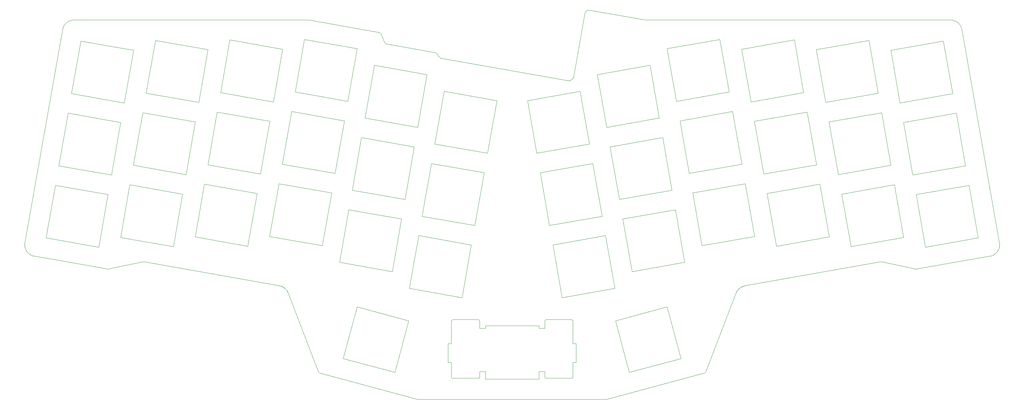
<source format=gbr>
G04 #@! TF.GenerationSoftware,KiCad,Pcbnew,(5.1.6-0-10_14)*
G04 #@! TF.CreationDate,2020-08-27T09:33:25+09:00*
G04 #@! TF.ProjectId,pcb-top-plate,7063622d-746f-4702-9d70-6c6174652e6b,2.0*
G04 #@! TF.SameCoordinates,Original*
G04 #@! TF.FileFunction,Profile,NP*
%FSLAX46Y46*%
G04 Gerber Fmt 4.6, Leading zero omitted, Abs format (unit mm)*
G04 Created by KiCad (PCBNEW (5.1.6-0-10_14)) date 2020-08-27 09:33:25*
%MOMM*%
%LPD*%
G01*
G04 APERTURE LIST*
G04 #@! TA.AperFunction,Profile*
%ADD10C,0.100000*%
G04 #@! TD*
G04 APERTURE END LIST*
D10*
X160541699Y-126338736D02*
X160541699Y-132094113D01*
X160041686Y-125838724D02*
X160142455Y-125848882D01*
X160142455Y-125848882D02*
X160258460Y-125888031D01*
X160258460Y-125888031D02*
X160359739Y-125952903D01*
X160359739Y-125952903D02*
X160442363Y-126039572D01*
X160442363Y-126039572D02*
X160502405Y-126144110D01*
X160502405Y-126144110D02*
X160535937Y-126262589D01*
X160535937Y-126262589D02*
X160541699Y-126338736D01*
X153726309Y-125838724D02*
X160041686Y-125838724D01*
X153226318Y-126338736D02*
X153236476Y-126237967D01*
X153236476Y-126237967D02*
X153275624Y-126121961D01*
X153275624Y-126121961D02*
X153340495Y-126020683D01*
X153340495Y-126020683D02*
X153427162Y-125938059D01*
X153427162Y-125938059D02*
X153531695Y-125878017D01*
X153531695Y-125878017D02*
X153650168Y-125844485D01*
X153650168Y-125844485D02*
X153726309Y-125838724D01*
X153226318Y-128123597D02*
X153226318Y-126338736D01*
X151712931Y-128123597D02*
X153226318Y-128123597D01*
X151712931Y-127425492D02*
X151712931Y-128123597D01*
X137803487Y-127425492D02*
X151712931Y-127425492D01*
X137803487Y-128123597D02*
X137803487Y-127425492D01*
X136290121Y-128123597D02*
X137803487Y-128123597D01*
X136290121Y-126338736D02*
X136290121Y-128123597D01*
X135790130Y-125838724D02*
X135890891Y-125848882D01*
X135890891Y-125848882D02*
X136006890Y-125888031D01*
X136006890Y-125888031D02*
X136108165Y-125952903D01*
X136108165Y-125952903D02*
X136190786Y-126039572D01*
X136190786Y-126039572D02*
X136250827Y-126144110D01*
X136250827Y-126144110D02*
X136284359Y-126262589D01*
X136284359Y-126262589D02*
X136290121Y-126338736D01*
X164861409Y-45388885D02*
X164760049Y-45376351D01*
X164760049Y-45376351D02*
X164659862Y-45374120D01*
X164659862Y-45374120D02*
X164513047Y-45389207D01*
X164513047Y-45389207D02*
X164372127Y-45425197D01*
X164372127Y-45425197D02*
X164239055Y-45480726D01*
X164239055Y-45480726D02*
X164115783Y-45554427D01*
X164115783Y-45554427D02*
X164004266Y-45644934D01*
X164004266Y-45644934D02*
X163906456Y-45750882D01*
X163906456Y-45750882D02*
X163824307Y-45870904D01*
X163824307Y-45870904D02*
X163759771Y-46003634D01*
X163759771Y-46003634D02*
X163727497Y-46098507D01*
X163727497Y-46098507D02*
X163704498Y-46198016D01*
X179373153Y-47930242D02*
X164861409Y-45388885D01*
X125813177Y-57565815D02*
X125240988Y-56786832D01*
X126444976Y-57958543D02*
X126328413Y-57930638D01*
X126328413Y-57930638D02*
X126216881Y-57889359D01*
X126216881Y-57889359D02*
X126111455Y-57835377D01*
X126111455Y-57835377D02*
X126013213Y-57769359D01*
X126013213Y-57769359D02*
X125923229Y-57691975D01*
X125923229Y-57691975D02*
X125842581Y-57603893D01*
X125842581Y-57603893D02*
X125813177Y-57565815D01*
X159051998Y-63724990D02*
X126444976Y-57958543D01*
X161377048Y-136984189D02*
X160541699Y-136984189D01*
X131740248Y-120122621D02*
X118051420Y-117708901D01*
X134153968Y-106433793D02*
X131740248Y-120122621D01*
X120465140Y-104020073D02*
X134153968Y-106433793D01*
X118051420Y-117708901D02*
X120465140Y-104020073D01*
X119309138Y-80918382D02*
X116895439Y-94607211D01*
X48730780Y-72027495D02*
X62419609Y-74441215D01*
X46317060Y-85716323D02*
X48730780Y-72027495D01*
X59111606Y-93201805D02*
X56697908Y-106890634D01*
X45422778Y-90788085D02*
X59111606Y-93201805D01*
X205346780Y-90511423D02*
X207760479Y-104200251D01*
X191657952Y-92925143D02*
X205346780Y-90511423D01*
X194071650Y-106613971D02*
X191657952Y-92925143D01*
X188625660Y-135985856D02*
X175199305Y-139583440D01*
X226191998Y-69369410D02*
X223778299Y-55680581D01*
X239880826Y-66955711D02*
X226191998Y-69369410D01*
X237467128Y-53266883D02*
X239880826Y-66955711D01*
X243146648Y-55819419D02*
X256835476Y-53405720D01*
X245560368Y-69508247D02*
X243146648Y-55819419D01*
X259249196Y-67094549D02*
X245560368Y-69508247D01*
X256835476Y-53405720D02*
X259249196Y-67094549D01*
X260143479Y-72166311D02*
X262557177Y-85855139D01*
X246454650Y-74580009D02*
X260143479Y-72166311D01*
X248868348Y-88268838D02*
X246454650Y-74580009D01*
X262557177Y-85855139D02*
X248868348Y-88268838D01*
X268934261Y-109353452D02*
X269085639Y-109322819D01*
X269085639Y-109322819D02*
X269233688Y-109284971D01*
X269233688Y-109284971D02*
X269378254Y-109240127D01*
X269378254Y-109240127D02*
X269519185Y-109188505D01*
X269519185Y-109188505D02*
X269656328Y-109130323D01*
X269656328Y-109130323D02*
X269789529Y-109065800D01*
X269789529Y-109065800D02*
X269918635Y-108995154D01*
X269918635Y-108995154D02*
X270043494Y-108918603D01*
X270043494Y-108918603D02*
X270163953Y-108836367D01*
X270163953Y-108836367D02*
X270279858Y-108748663D01*
X270279858Y-108748663D02*
X270391058Y-108655710D01*
X270391058Y-108655710D02*
X270497397Y-108557726D01*
X270497397Y-108557726D02*
X270598725Y-108454930D01*
X270598725Y-108454930D02*
X270694888Y-108347540D01*
X270694888Y-108347540D02*
X270785732Y-108235775D01*
X270785732Y-108235775D02*
X270871105Y-108119852D01*
X270871105Y-108119852D02*
X270950855Y-107999991D01*
X270950855Y-107999991D02*
X271024827Y-107876410D01*
X271024827Y-107876410D02*
X271092869Y-107749327D01*
X271092869Y-107749327D02*
X271154828Y-107618960D01*
X271154828Y-107618960D02*
X271210552Y-107485529D01*
X271210552Y-107485529D02*
X271259886Y-107349251D01*
X271259886Y-107349251D02*
X271302679Y-107210345D01*
X271302679Y-107210345D02*
X271338776Y-107069030D01*
X271338776Y-107069030D02*
X271368026Y-106925523D01*
X271368026Y-106925523D02*
X271390276Y-106780043D01*
X271390276Y-106780043D02*
X271405371Y-106632809D01*
X271405371Y-106632809D02*
X271413160Y-106484039D01*
X271413160Y-106484039D02*
X271413489Y-106333952D01*
X271413489Y-106333952D02*
X271406206Y-106182765D01*
X271406206Y-106182765D02*
X271391157Y-106030698D01*
X271391157Y-106030698D02*
X271368190Y-105877969D01*
X30883384Y-47930119D02*
X30747586Y-47933158D01*
X30747586Y-47933158D02*
X30613162Y-47942198D01*
X30613162Y-47942198D02*
X30480254Y-47957118D01*
X30480254Y-47957118D02*
X30349005Y-47977797D01*
X30349005Y-47977797D02*
X30219559Y-48004117D01*
X30219559Y-48004117D02*
X30092059Y-48035956D01*
X30092059Y-48035956D02*
X29966649Y-48073194D01*
X29966649Y-48073194D02*
X29843470Y-48115712D01*
X29843470Y-48115712D02*
X29722667Y-48163390D01*
X29722667Y-48163390D02*
X29604383Y-48216106D01*
X29604383Y-48216106D02*
X29488760Y-48273742D01*
X29488760Y-48273742D02*
X29375943Y-48336176D01*
X29375943Y-48336176D02*
X29266074Y-48403290D01*
X29266074Y-48403290D02*
X29159297Y-48474962D01*
X29159297Y-48474962D02*
X29055754Y-48551073D01*
X29055754Y-48551073D02*
X28955590Y-48631503D01*
X28955590Y-48631503D02*
X28858946Y-48716131D01*
X28858946Y-48716131D02*
X28765967Y-48804838D01*
X28765967Y-48804838D02*
X28676795Y-48897502D01*
X28676795Y-48897502D02*
X28591575Y-48994005D01*
X28591575Y-48994005D02*
X28510448Y-49094227D01*
X28510448Y-49094227D02*
X28433558Y-49198046D01*
X28433558Y-49198046D02*
X28361049Y-49305343D01*
X28361049Y-49305343D02*
X28293064Y-49415997D01*
X28293064Y-49415997D02*
X28229745Y-49529890D01*
X28229745Y-49529890D02*
X28171236Y-49646900D01*
X28171236Y-49646900D02*
X28117681Y-49766907D01*
X28117681Y-49766907D02*
X28069222Y-49889792D01*
X28069222Y-49889792D02*
X28026003Y-50015434D01*
X28026003Y-50015434D02*
X27988166Y-50143713D01*
X27988166Y-50143713D02*
X27955856Y-50274509D01*
X27955856Y-50274509D02*
X27929215Y-50407703D01*
X91993110Y-47930242D02*
X30883384Y-47930119D01*
X109979888Y-51133537D02*
X91993110Y-47930242D01*
X207717932Y-74302335D02*
X221406760Y-71888636D01*
X210131630Y-87991163D02*
X207717932Y-74302335D01*
X223820459Y-85577465D02*
X210131630Y-87991163D01*
X223778299Y-55680581D02*
X237467128Y-53266883D01*
X129465172Y-125838724D02*
X135790130Y-125838724D01*
X128965181Y-126338736D02*
X128975338Y-126237967D01*
X128975338Y-126237967D02*
X129014484Y-126121961D01*
X129014484Y-126121961D02*
X129079351Y-126020683D01*
X129079351Y-126020683D02*
X129166015Y-125938059D01*
X129166015Y-125938059D02*
X129270549Y-125878017D01*
X129270549Y-125878017D02*
X129389026Y-125844485D01*
X129389026Y-125844485D02*
X129465172Y-125838724D01*
X128965181Y-132094113D02*
X128965181Y-126338736D01*
X240965820Y-110865117D02*
X249382935Y-112650346D01*
X240199443Y-110852712D02*
X240318856Y-110835098D01*
X240318856Y-110835098D02*
X240438874Y-110824733D01*
X240438874Y-110824733D02*
X240559168Y-110821613D01*
X240559168Y-110821613D02*
X240679411Y-110825731D01*
X240679411Y-110825731D02*
X240799274Y-110837082D01*
X240799274Y-110837082D02*
X240918429Y-110855662D01*
X240918429Y-110855662D02*
X240965820Y-110865117D01*
X205259785Y-117027000D02*
X240199443Y-110852712D01*
X202981466Y-118905155D02*
X203057872Y-118724193D01*
X203057872Y-118724193D02*
X203145232Y-118549932D01*
X203145232Y-118549932D02*
X203243085Y-118382750D01*
X203243085Y-118382750D02*
X203350969Y-118223031D01*
X203350969Y-118223031D02*
X203468421Y-118071153D01*
X203468421Y-118071153D02*
X203594979Y-117927498D01*
X203594979Y-117927498D02*
X203730182Y-117792447D01*
X203730182Y-117792447D02*
X203873568Y-117666381D01*
X203873568Y-117666381D02*
X204024674Y-117549680D01*
X204024674Y-117549680D02*
X204183038Y-117442725D01*
X204183038Y-117442725D02*
X204348199Y-117345898D01*
X204348199Y-117345898D02*
X204519695Y-117259579D01*
X204519695Y-117259579D02*
X204697064Y-117184149D01*
X204697064Y-117184149D02*
X204879843Y-117119988D01*
X204879843Y-117119988D02*
X205067570Y-117067478D01*
X205067570Y-117067478D02*
X205259785Y-117027000D01*
X125240988Y-56786832D02*
X125164343Y-56694624D01*
X125164343Y-56694624D02*
X125077926Y-56612856D01*
X125077926Y-56612856D02*
X124982815Y-56542196D01*
X124982815Y-56542196D02*
X124880086Y-56483313D01*
X124880086Y-56483313D02*
X124770817Y-56436878D01*
X124770817Y-56436878D02*
X124656085Y-56403559D01*
X124656085Y-56403559D02*
X124608905Y-56394055D01*
X43009079Y-104476914D02*
X45422778Y-90788085D01*
X56697908Y-106890634D02*
X43009079Y-104476914D01*
X37329538Y-107029450D02*
X23640709Y-104615751D01*
X39743258Y-93340621D02*
X37329538Y-107029450D01*
X26054429Y-90926923D02*
X39743258Y-93340621D01*
X128129810Y-132094113D02*
X128965181Y-132094113D01*
X128129810Y-136984189D02*
X128129810Y-132094113D01*
X128965181Y-136984189D02*
X128129810Y-136984189D01*
X128965181Y-140853569D02*
X128965181Y-136984189D01*
X18120108Y-105876344D02*
X18097057Y-106029130D01*
X18097057Y-106029130D02*
X18081933Y-106181256D01*
X18081933Y-106181256D02*
X18074581Y-106332504D01*
X18074581Y-106332504D02*
X18074848Y-106482654D01*
X18074848Y-106482654D02*
X18082582Y-106631489D01*
X18082582Y-106631489D02*
X18097629Y-106778788D01*
X18097629Y-106778788D02*
X18119837Y-106924334D01*
X18119837Y-106924334D02*
X18149051Y-107067908D01*
X18149051Y-107067908D02*
X18185120Y-107209290D01*
X18185120Y-107209290D02*
X18227889Y-107348263D01*
X18227889Y-107348263D02*
X18277206Y-107484608D01*
X18277206Y-107484608D02*
X18332918Y-107618105D01*
X18332918Y-107618105D02*
X18394871Y-107748537D01*
X18394871Y-107748537D02*
X18462912Y-107875684D01*
X18462912Y-107875684D02*
X18536889Y-107999328D01*
X18536889Y-107999328D02*
X18616648Y-108119250D01*
X18616648Y-108119250D02*
X18702036Y-108235231D01*
X18702036Y-108235231D02*
X18792900Y-108347053D01*
X18792900Y-108347053D02*
X18889087Y-108454496D01*
X18889087Y-108454496D02*
X18990443Y-108557343D01*
X18990443Y-108557343D02*
X19096816Y-108655374D01*
X19096816Y-108655374D02*
X19208052Y-108748371D01*
X19208052Y-108748371D02*
X19323999Y-108836115D01*
X19323999Y-108836115D02*
X19444503Y-108918388D01*
X19444503Y-108918388D02*
X19569412Y-108994970D01*
X19569412Y-108994970D02*
X19698571Y-109065643D01*
X19698571Y-109065643D02*
X19831828Y-109130188D01*
X19831828Y-109130188D02*
X19969030Y-109188386D01*
X19969030Y-109188386D02*
X20110024Y-109240019D01*
X20110024Y-109240019D02*
X20254656Y-109284869D01*
X20254656Y-109284869D02*
X20402773Y-109322715D01*
X20402773Y-109322715D02*
X20554224Y-109353341D01*
X27929215Y-50407703D02*
X18120108Y-105876344D01*
X124667424Y-80187742D02*
X127081122Y-66498913D01*
X138356253Y-82601440D02*
X124667424Y-80187742D01*
X140769951Y-68912612D02*
X138356253Y-82601440D01*
X127081122Y-66498913D02*
X140769951Y-68912612D01*
X148735938Y-68912547D02*
X162424766Y-66498849D01*
X151149658Y-82601376D02*
X148735938Y-68912547D01*
X68099128Y-71888679D02*
X81787957Y-74302378D01*
X65685430Y-85577508D02*
X68099128Y-71888679D01*
X79374258Y-87991206D02*
X65685430Y-85577508D01*
X81787957Y-74302378D02*
X79374258Y-87991206D01*
X258632473Y-47930242D02*
X179373153Y-47930242D01*
X32670412Y-53405742D02*
X46359241Y-55819462D01*
X49625062Y-66955755D02*
X52038782Y-53266926D01*
X63313891Y-69369453D02*
X49625062Y-66955755D01*
X65727611Y-55680624D02*
X63313891Y-69369453D01*
X52038782Y-53266926D02*
X65727611Y-55680624D01*
X180577599Y-59744028D02*
X182991297Y-73432857D01*
X166888770Y-62157749D02*
X180577599Y-59744028D01*
X169302469Y-75846577D02*
X166888770Y-62157749D01*
X29362432Y-72166332D02*
X43051260Y-74580052D01*
X30256714Y-67094570D02*
X32670412Y-53405742D01*
X43945542Y-69508290D02*
X30256714Y-67094570D01*
X46359241Y-55819462D02*
X43945542Y-69508290D01*
X68993432Y-66816917D02*
X71407131Y-53128089D01*
X82682261Y-69230616D02*
X68993432Y-66816917D01*
X85095959Y-55541787D02*
X82682261Y-69230616D01*
X71407131Y-53128089D02*
X85095959Y-55541787D01*
X87465108Y-71748765D02*
X101153937Y-74162464D01*
X85051388Y-85437594D02*
X87465108Y-71748765D01*
X98740217Y-87851292D02*
X85051388Y-85437594D01*
X101153937Y-74162464D02*
X98740217Y-87851292D01*
X99898609Y-110954081D02*
X102312307Y-97265252D01*
X113587437Y-113367801D02*
X99898609Y-110954081D01*
X227128461Y-104338055D02*
X213439632Y-106751753D01*
X224714762Y-90649226D02*
X227128461Y-104338055D01*
X211025934Y-93062925D02*
X224714762Y-90649226D01*
X213439632Y-106751753D02*
X211025934Y-93062925D01*
X207760479Y-104200251D02*
X194071650Y-106613971D01*
X94998175Y-139799736D02*
X120184500Y-146531051D01*
X94324154Y-139195538D02*
X94373620Y-139303501D01*
X94373620Y-139303501D02*
X94434834Y-139403817D01*
X94434834Y-139403817D02*
X94506891Y-139495675D01*
X94506891Y-139495675D02*
X94588887Y-139578266D01*
X94588887Y-139578266D02*
X94679917Y-139650778D01*
X94679917Y-139650778D02*
X94779078Y-139712400D01*
X94779078Y-139712400D02*
X94885465Y-139762323D01*
X94885465Y-139762323D02*
X94998175Y-139799736D01*
X86532095Y-118905466D02*
X94324154Y-139195538D01*
X84253844Y-117026805D02*
X84446074Y-117067306D01*
X84446074Y-117067306D02*
X84633815Y-117119841D01*
X84633815Y-117119841D02*
X84816605Y-117184029D01*
X84816605Y-117184029D02*
X84993983Y-117259488D01*
X84993983Y-117259488D02*
X85165485Y-117345837D01*
X85165485Y-117345837D02*
X85330649Y-117442696D01*
X85330649Y-117442696D02*
X85489015Y-117549682D01*
X85489015Y-117549682D02*
X85640119Y-117666416D01*
X85640119Y-117666416D02*
X85783500Y-117792516D01*
X85783500Y-117792516D02*
X85918695Y-117927602D01*
X85918695Y-117927602D02*
X86045243Y-118071291D01*
X86045243Y-118071291D02*
X86162681Y-118223204D01*
X86162681Y-118223204D02*
X86270547Y-118382959D01*
X86270547Y-118382959D02*
X86368379Y-118550175D01*
X86368379Y-118550175D02*
X86455716Y-118724471D01*
X86455716Y-118724471D02*
X86532095Y-118905466D01*
X49347896Y-110855034D02*
X84253844Y-117026805D01*
X106514591Y-73432900D02*
X108928311Y-59744093D01*
X120203420Y-75846620D02*
X106514591Y-73432900D01*
X122617140Y-62157792D02*
X120203420Y-75846620D01*
X108928311Y-59744093D02*
X122617140Y-62157792D01*
X123773120Y-85259504D02*
X137461949Y-87673202D01*
X121359422Y-98948332D02*
X123773120Y-85259504D01*
X135048250Y-101362031D02*
X121359422Y-98948332D01*
X137461949Y-87673202D02*
X135048250Y-101362031D01*
X160789833Y-62511728D02*
X160755286Y-62661161D01*
X160755286Y-62661161D02*
X160706797Y-62803620D01*
X160706797Y-62803620D02*
X160645238Y-62938495D01*
X160645238Y-62938495D02*
X160571479Y-63065178D01*
X160571479Y-63065178D02*
X160486392Y-63183062D01*
X160486392Y-63183062D02*
X160390848Y-63291537D01*
X160390848Y-63291537D02*
X160285720Y-63389995D01*
X160285720Y-63389995D02*
X160171877Y-63477828D01*
X160171877Y-63477828D02*
X160050192Y-63554428D01*
X160050192Y-63554428D02*
X159921535Y-63619186D01*
X159921535Y-63619186D02*
X159786779Y-63671493D01*
X159786779Y-63671493D02*
X159646794Y-63710743D01*
X159646794Y-63710743D02*
X159502452Y-63736325D01*
X159502452Y-63736325D02*
X159354625Y-63747633D01*
X159354625Y-63747633D02*
X159204183Y-63744057D01*
X159204183Y-63744057D02*
X159051998Y-63724990D01*
X163704498Y-46198016D02*
X160789833Y-62511728D01*
X129215165Y-141103576D02*
X129106786Y-141078920D01*
X129106786Y-141078920D02*
X129022265Y-141012591D01*
X129022265Y-141012591D02*
X128973051Y-140916045D01*
X128973051Y-140916045D02*
X128965181Y-140853569D01*
X136040115Y-141103576D02*
X129215165Y-141103576D01*
X136290121Y-140853569D02*
X136265469Y-140961952D01*
X136265469Y-140961952D02*
X136199145Y-141046482D01*
X136199145Y-141046482D02*
X136102598Y-141095704D01*
X136102598Y-141095704D02*
X136040115Y-141103576D01*
X250144887Y-112663537D02*
X268934261Y-109353452D01*
X249382935Y-112650346D02*
X249501017Y-112671710D01*
X249501017Y-112671710D02*
X249619932Y-112685934D01*
X249619932Y-112685934D02*
X249739358Y-112693010D01*
X249739358Y-112693010D02*
X249858973Y-112692934D01*
X249858973Y-112692934D02*
X249978453Y-112685700D01*
X249978453Y-112685700D02*
X250097477Y-112671303D01*
X250097477Y-112671303D02*
X250144887Y-112663537D01*
X48582802Y-110866782D02*
X48701402Y-110845481D01*
X48701402Y-110845481D02*
X48820832Y-110831382D01*
X48820832Y-110831382D02*
X48940764Y-110824490D01*
X48940764Y-110824490D02*
X49060872Y-110824810D01*
X49060872Y-110824810D02*
X49180829Y-110832347D01*
X49180829Y-110832347D02*
X49300310Y-110847107D01*
X49300310Y-110847107D02*
X49347896Y-110855034D01*
X40121716Y-112651068D02*
X48582802Y-110866782D01*
X39362332Y-112663830D02*
X39480676Y-112681029D01*
X39480676Y-112681029D02*
X39599603Y-112691113D01*
X39599603Y-112691113D02*
X39718793Y-112694084D01*
X39718793Y-112694084D02*
X39837928Y-112689950D01*
X39837928Y-112689950D02*
X39956688Y-112678715D01*
X39956688Y-112678715D02*
X40074755Y-112660385D01*
X40074755Y-112660385D02*
X40121716Y-112651068D01*
X20554224Y-109353341D02*
X39362332Y-112663830D01*
X164838486Y-80187677D02*
X151149658Y-82601376D01*
X162424766Y-66498849D02*
X164838486Y-80187677D01*
X152043940Y-87673138D02*
X165732768Y-85259439D01*
X154457638Y-101361966D02*
X152043940Y-87673138D01*
X168146467Y-98948268D02*
X154457638Y-101361966D01*
X165732768Y-85259439D02*
X168146467Y-98948268D01*
X23640709Y-104615751D02*
X26054429Y-90926923D01*
X26948712Y-85855161D02*
X29362432Y-72166332D01*
X40637540Y-88268881D02*
X26948712Y-85855161D01*
X43051260Y-74580052D02*
X40637540Y-88268881D01*
X116001136Y-99678972D02*
X113587437Y-113367801D01*
X102312307Y-97265252D02*
X116001136Y-99678972D01*
X88359390Y-66677003D02*
X90773089Y-52988175D01*
X102048219Y-69090723D02*
X88359390Y-66677003D01*
X104461917Y-55401895D02*
X102048219Y-69090723D01*
X90773089Y-52988175D02*
X104461917Y-55401895D01*
X271368190Y-105877969D02*
X261586891Y-50409263D01*
X110722435Y-51721187D02*
X110665837Y-51609895D01*
X110665837Y-51609895D02*
X110596685Y-51507667D01*
X110596685Y-51507667D02*
X110516081Y-51415377D01*
X110516081Y-51415377D02*
X110425128Y-51333898D01*
X110425128Y-51333898D02*
X110324930Y-51264101D01*
X110324930Y-51264101D02*
X110216588Y-51206860D01*
X110216588Y-51206860D02*
X110101206Y-51163047D01*
X110101206Y-51163047D02*
X109979888Y-51133537D01*
X111548465Y-53631684D02*
X110722435Y-51721187D01*
X112292484Y-54219595D02*
X112170935Y-54190208D01*
X112170935Y-54190208D02*
X112055326Y-54146469D01*
X112055326Y-54146469D02*
X111946763Y-54089253D01*
X111946763Y-54089253D02*
X111846357Y-54019436D01*
X111846357Y-54019436D02*
X111755216Y-53937895D01*
X111755216Y-53937895D02*
X111674447Y-53845505D01*
X111674447Y-53845505D02*
X111605161Y-53743143D01*
X111605161Y-53743143D02*
X111548465Y-53631684D01*
X124608905Y-56394055D02*
X112292484Y-54219595D01*
X105620309Y-78504662D02*
X119309138Y-80918382D01*
X103206611Y-92193491D02*
X105620309Y-78504662D01*
X116895439Y-94607211D02*
X103206611Y-92193491D01*
X117900405Y-126155670D02*
X114302821Y-139582047D01*
X104474028Y-122558086D02*
X117900405Y-126155670D01*
X100876444Y-135984463D02*
X104474028Y-122558086D01*
X114302821Y-139582047D02*
X100876444Y-135984463D01*
X95432215Y-106611883D02*
X81743386Y-104198184D01*
X97845935Y-92923054D02*
X95432215Y-106611883D01*
X84157106Y-90509356D02*
X97845935Y-92923054D01*
X81743386Y-104198184D02*
X84157106Y-90509356D01*
X76066256Y-106751797D02*
X62377428Y-104338098D01*
X78479976Y-93062968D02*
X76066256Y-106751797D01*
X64791148Y-90649270D02*
X78479976Y-93062968D01*
X62377428Y-104338098D02*
X64791148Y-90649270D01*
X60005889Y-88130043D02*
X46317060Y-85716323D01*
X62419609Y-74441215D02*
X60005889Y-88130043D01*
X136290121Y-139394464D02*
X136290121Y-140853569D01*
X137804930Y-139394464D02*
X136290121Y-139394464D01*
X137804930Y-141330930D02*
X137804930Y-139394464D01*
X151711488Y-141330930D02*
X137804930Y-141330930D01*
X151711488Y-139394464D02*
X151711488Y-141330930D01*
X153226318Y-139394464D02*
X151711488Y-139394464D01*
X153226318Y-140853569D02*
X153226318Y-139394464D01*
X153476324Y-141103576D02*
X153367932Y-141078920D01*
X153367932Y-141078920D02*
X153283404Y-141012591D01*
X153283404Y-141012591D02*
X153234188Y-140916045D01*
X153234188Y-140916045D02*
X153226318Y-140853569D01*
X160291692Y-141103576D02*
X153476324Y-141103576D01*
X160541699Y-140853569D02*
X160517043Y-140961952D01*
X160517043Y-140961952D02*
X160450714Y-141046482D01*
X160450714Y-141046482D02*
X160354168Y-141095704D01*
X160354168Y-141095704D02*
X160291692Y-141103576D01*
X160541699Y-136984189D02*
X160541699Y-140853569D01*
X195184797Y-139195196D02*
X202981466Y-118905155D01*
X194510928Y-139800012D02*
X194623660Y-139762532D01*
X194623660Y-139762532D02*
X194730059Y-139712537D01*
X194730059Y-139712537D02*
X194829221Y-139650837D01*
X194829221Y-139650837D02*
X194920240Y-139578245D01*
X194920240Y-139578245D02*
X195002212Y-139495573D01*
X195002212Y-139495573D02*
X195074231Y-139403633D01*
X195074231Y-139403633D02*
X195135395Y-139303236D01*
X195135395Y-139303236D02*
X195184797Y-139195196D01*
X169371178Y-146531051D02*
X194510928Y-139800012D01*
X120184500Y-146531051D02*
X169371178Y-146531051D01*
X182991297Y-73432857D02*
X169302469Y-75846577D01*
X185041969Y-55403962D02*
X198730797Y-52990263D01*
X187455667Y-69092790D02*
X185041969Y-55403962D01*
X201144496Y-66679092D02*
X187455667Y-69092790D01*
X198730797Y-52990263D02*
X201144496Y-66679092D01*
X187193582Y-97265209D02*
X189607280Y-110954038D01*
X173504753Y-99678908D02*
X187193582Y-97265209D01*
X175918452Y-113367736D02*
X173504753Y-99678908D01*
X189607280Y-110954038D02*
X175918452Y-113367736D01*
X202038778Y-71750832D02*
X204452498Y-85439661D01*
X188349949Y-74164552D02*
X202038778Y-71750832D01*
X190763669Y-87853381D02*
X188349949Y-74164552D01*
X204452498Y-85439661D02*
X190763669Y-87853381D01*
X204409951Y-55541766D02*
X218098780Y-53128046D01*
X206823650Y-69230594D02*
X204409951Y-55541766D01*
X220512478Y-66816874D02*
X206823650Y-69230594D01*
X218098780Y-53128046D02*
X220512478Y-66816874D01*
X221406760Y-71888636D02*
X223820459Y-85577465D01*
X185028097Y-122559479D02*
X188625660Y-135985856D01*
X171601721Y-126157063D02*
X185028097Y-122559479D01*
X175199305Y-139583440D02*
X171601721Y-126157063D01*
X172610449Y-94607146D02*
X170196751Y-80918317D01*
X186299278Y-92193447D02*
X172610449Y-94607146D01*
X183885579Y-78504619D02*
X186299278Y-92193447D01*
X170196751Y-80918317D02*
X183885579Y-78504619D01*
X171454448Y-117708858D02*
X157765619Y-120122557D01*
X169040749Y-104020030D02*
X171454448Y-117708858D01*
X155351921Y-106433728D02*
X169040749Y-104020030D01*
X157765619Y-120122557D02*
X155351921Y-106433728D01*
X161377048Y-132094113D02*
X161377048Y-136984189D01*
X160541699Y-132094113D02*
X161377048Y-132094113D01*
X243188829Y-85716302D02*
X229500000Y-88130000D01*
X240775109Y-72027473D02*
X243188829Y-85716302D01*
X227086280Y-74441172D02*
X240775109Y-72027473D01*
X261586891Y-50409263D02*
X261560303Y-50276007D01*
X261560303Y-50276007D02*
X261528041Y-50145148D01*
X261528041Y-50145148D02*
X261490248Y-50016805D01*
X261490248Y-50016805D02*
X261447067Y-49891100D01*
X261447067Y-49891100D02*
X261398642Y-49768152D01*
X261398642Y-49768152D02*
X261345116Y-49648081D01*
X261345116Y-49648081D02*
X261286632Y-49531008D01*
X261286632Y-49531008D02*
X261223333Y-49417053D01*
X261223333Y-49417053D02*
X261155363Y-49306337D01*
X261155363Y-49306337D02*
X261082866Y-49198979D01*
X261082866Y-49198979D02*
X261005984Y-49095100D01*
X261005984Y-49095100D02*
X260924860Y-48994820D01*
X260924860Y-48994820D02*
X260839639Y-48898260D01*
X260839639Y-48898260D02*
X260750464Y-48805539D01*
X260750464Y-48805539D02*
X260657477Y-48716778D01*
X260657477Y-48716778D02*
X260560822Y-48632097D01*
X260560822Y-48632097D02*
X260460643Y-48551616D01*
X260460643Y-48551616D02*
X260357083Y-48475457D01*
X260357083Y-48475457D02*
X260250284Y-48403738D01*
X260250284Y-48403738D02*
X260140391Y-48336580D01*
X260140391Y-48336580D02*
X260027547Y-48274104D01*
X260027547Y-48274104D02*
X259911895Y-48216430D01*
X259911895Y-48216430D02*
X259793579Y-48163678D01*
X259793579Y-48163678D02*
X259672741Y-48115968D01*
X259672741Y-48115968D02*
X259549525Y-48073420D01*
X259549525Y-48073420D02*
X259424075Y-48036156D01*
X259424075Y-48036156D02*
X259296533Y-48004294D01*
X259296533Y-48004294D02*
X259167044Y-47977956D01*
X259167044Y-47977956D02*
X259035749Y-47957261D01*
X259035749Y-47957261D02*
X258902794Y-47942330D01*
X258902794Y-47942330D02*
X258768321Y-47933284D01*
X258768321Y-47933284D02*
X258632473Y-47930242D01*
X265865179Y-104615730D02*
X252176351Y-107029428D01*
X263451459Y-90926901D02*
X265865179Y-104615730D01*
X249762631Y-93340600D02*
X263451459Y-90926901D01*
X252176351Y-107029428D02*
X249762631Y-93340600D01*
X246496809Y-104476892D02*
X232807981Y-106890591D01*
X244083111Y-90788064D02*
X246496809Y-104476892D01*
X230394282Y-93201762D02*
X244083111Y-90788064D01*
X232807981Y-106890591D02*
X230394282Y-93201762D01*
X229500000Y-88130000D02*
X227086280Y-74441172D01*
M02*

</source>
